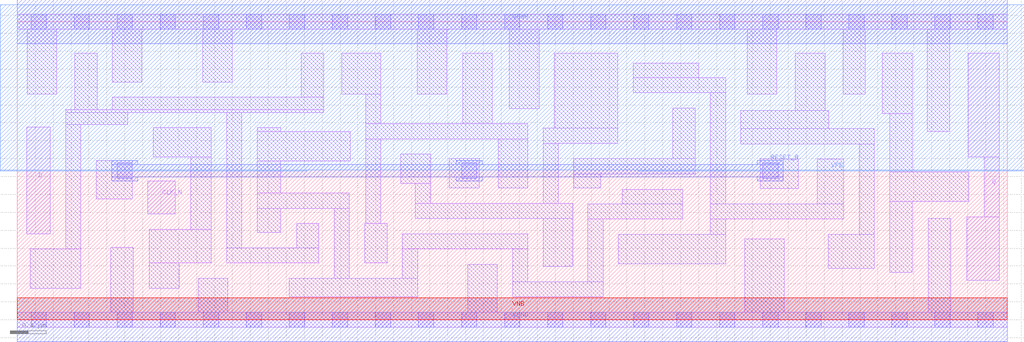
<source format=lef>
# Copyright 2020 The SkyWater PDK Authors
#
# Licensed under the Apache License, Version 2.0 (the "License");
# you may not use this file except in compliance with the License.
# You may obtain a copy of the License at
#
#     https://www.apache.org/licenses/LICENSE-2.0
#
# Unless required by applicable law or agreed to in writing, software
# distributed under the License is distributed on an "AS IS" BASIS,
# WITHOUT WARRANTIES OR CONDITIONS OF ANY KIND, either express or implied.
# See the License for the specific language governing permissions and
# limitations under the License.
#
# SPDX-License-Identifier: Apache-2.0

VERSION 5.7 ;
  NOWIREEXTENSIONATPIN ON ;
  DIVIDERCHAR "/" ;
  BUSBITCHARS "[]" ;
MACRO sky130_fd_sc_hs__dfrtn_1
  CLASS CORE ;
  FOREIGN sky130_fd_sc_hs__dfrtn_1 ;
  ORIGIN  0.000000  0.000000 ;
  SIZE  11.04000 BY  3.330000 ;
  SYMMETRY X Y R90 ;
  SITE unit ;
  PIN D
    ANTENNAGATEAREA  0.126000 ;
    DIRECTION INPUT ;
    USE SIGNAL ;
    PORT
      LAYER li1 ;
        RECT 0.105000 0.960000 0.370000 2.150000 ;
    END
  END D
  PIN Q
    ANTENNADIFFAREA  0.533800 ;
    DIRECTION OUTPUT ;
    USE SIGNAL ;
    PORT
      LAYER li1 ;
        RECT 10.590000 0.440000 10.955000 1.150000 ;
        RECT 10.605000 1.820000 10.955000 2.980000 ;
        RECT 10.785000 1.150000 10.955000 1.820000 ;
    END
  END Q
  PIN RESET_B
    ANTENNAGATEAREA  0.378000 ;
    DIRECTION INPUT ;
    USE SIGNAL ;
    PORT
      LAYER met1 ;
        RECT 1.055000 1.550000 1.345000 1.595000 ;
        RECT 1.055000 1.595000 8.545000 1.735000 ;
        RECT 1.055000 1.735000 1.345000 1.780000 ;
        RECT 4.895000 1.550000 5.185000 1.595000 ;
        RECT 4.895000 1.735000 5.185000 1.780000 ;
        RECT 8.255000 1.550000 8.545000 1.595000 ;
        RECT 8.255000 1.735000 8.545000 1.780000 ;
    END
  END RESET_B
  PIN CLK_N
    ANTENNAGATEAREA  0.279000 ;
    DIRECTION INPUT ;
    USE CLOCK ;
    PORT
      LAYER li1 ;
        RECT 1.455000 1.180000 1.765000 1.550000 ;
    END
  END CLK_N
  PIN VGND
    DIRECTION INOUT ;
    USE GROUND ;
    PORT
      LAYER met1 ;
        RECT 0.000000 -0.245000 11.040000 0.245000 ;
    END
  END VGND
  PIN VNB
    DIRECTION INOUT ;
    USE GROUND ;
    PORT
      LAYER pwell ;
        RECT 0.000000 0.000000 11.040000 0.245000 ;
    END
  END VNB
  PIN VPB
    DIRECTION INOUT ;
    USE POWER ;
    PORT
      LAYER nwell ;
        RECT -0.190000 1.660000  3.225000 1.675000 ;
        RECT -0.190000 1.675000 11.230000 3.520000 ;
        RECT  6.920000 1.660000 11.230000 1.675000 ;
    END
  END VPB
  PIN VPWR
    DIRECTION INOUT ;
    USE POWER ;
    PORT
      LAYER met1 ;
        RECT 0.000000 3.085000 11.040000 3.575000 ;
    END
  END VPWR
  OBS
    LAYER li1 ;
      RECT  0.000000 -0.085000 11.040000 0.085000 ;
      RECT  0.000000  3.245000 11.040000 3.415000 ;
      RECT  0.110000  2.520000  0.440000 3.245000 ;
      RECT  0.145000  0.350000  0.710000 0.790000 ;
      RECT  0.540000  0.790000  0.710000 2.180000 ;
      RECT  0.540000  2.180000  1.230000 2.315000 ;
      RECT  0.540000  2.315000  3.420000 2.350000 ;
      RECT  0.640000  2.350000  0.890000 2.980000 ;
      RECT  0.880000  1.350000  1.285000 1.780000 ;
      RECT  1.045000  0.085000  1.295000 0.810000 ;
      RECT  1.060000  2.350000  3.420000 2.485000 ;
      RECT  1.060000  2.655000  1.390000 3.245000 ;
      RECT  1.475000  0.350000  1.805000 0.635000 ;
      RECT  1.475000  0.635000  2.165000 1.010000 ;
      RECT  1.515000  1.820000  2.165000 2.145000 ;
      RECT  1.935000  1.010000  2.165000 1.820000 ;
      RECT  2.020000  0.085000  2.350000 0.465000 ;
      RECT  2.070000  2.655000  2.400000 3.245000 ;
      RECT  2.335000  0.635000  3.365000 0.805000 ;
      RECT  2.335000  0.805000  2.505000 2.315000 ;
      RECT  2.675000  0.975000  2.940000 1.245000 ;
      RECT  2.675000  1.245000  3.705000 1.415000 ;
      RECT  2.675000  1.415000  2.940000 1.775000 ;
      RECT  2.675000  1.775000  3.715000 2.105000 ;
      RECT  2.675000  2.105000  2.940000 2.145000 ;
      RECT  3.035000  0.255000  4.465000 0.465000 ;
      RECT  3.115000  0.805000  3.365000 1.075000 ;
      RECT  3.170000  2.485000  3.420000 2.980000 ;
      RECT  3.535000  0.465000  3.705000 1.245000 ;
      RECT  3.620000  2.520000  4.055000 2.980000 ;
      RECT  3.875000  0.635000  4.125000 1.075000 ;
      RECT  3.885000  1.075000  4.055000 2.020000 ;
      RECT  3.885000  2.020000  5.695000 2.190000 ;
      RECT  3.885000  2.190000  4.055000 2.520000 ;
      RECT  4.280000  1.520000  4.610000 1.850000 ;
      RECT  4.295000  0.465000  4.465000 0.790000 ;
      RECT  4.295000  0.790000  5.695000 0.960000 ;
      RECT  4.440000  1.130000  6.195000 1.300000 ;
      RECT  4.440000  1.300000  4.610000 1.520000 ;
      RECT  4.460000  2.520000  4.790000 3.245000 ;
      RECT  4.820000  1.470000  5.155000 1.800000 ;
      RECT  4.970000  2.190000  5.300000 2.980000 ;
      RECT  5.025000  0.085000  5.355000 0.620000 ;
      RECT  5.365000  1.470000  5.695000 2.020000 ;
      RECT  5.490000  2.360000  5.820000 3.245000 ;
      RECT  5.525000  0.255000  6.535000 0.425000 ;
      RECT  5.525000  0.425000  5.695000 0.790000 ;
      RECT  5.865000  0.595000  6.195000 1.130000 ;
      RECT  5.865000  1.300000  6.035000 1.970000 ;
      RECT  5.865000  1.970000  6.700000 2.140000 ;
      RECT  5.990000  2.140000  6.700000 2.980000 ;
      RECT  6.205000  1.470000  6.510000 1.630000 ;
      RECT  6.205000  1.630000  7.560000 1.800000 ;
      RECT  6.365000  0.425000  6.535000 1.125000 ;
      RECT  6.365000  1.125000  7.420000 1.295000 ;
      RECT  6.705000  0.625000  7.900000 0.955000 ;
      RECT  6.750000  1.295000  7.420000 1.455000 ;
      RECT  6.870000  2.535000  7.900000 2.705000 ;
      RECT  6.870000  2.705000  7.600000 2.865000 ;
      RECT  7.310000  1.800000  7.560000 2.365000 ;
      RECT  7.730000  0.955000  7.900000 1.125000 ;
      RECT  7.730000  1.125000  9.220000 1.295000 ;
      RECT  7.730000  1.295000  7.900000 2.535000 ;
      RECT  8.070000  1.965000  9.560000 2.135000 ;
      RECT  8.070000  2.135000  9.050000 2.335000 ;
      RECT  8.115000  0.085000  8.555000 0.905000 ;
      RECT  8.140000  2.520000  8.470000 3.245000 ;
      RECT  8.285000  1.465000  8.710000 1.795000 ;
      RECT  8.680000  2.335000  9.010000 2.980000 ;
      RECT  8.920000  1.295000  9.220000 1.795000 ;
      RECT  9.045000  0.575000  9.560000 0.955000 ;
      RECT  9.210000  2.520000  9.460000 3.245000 ;
      RECT  9.390000  0.955000  9.560000 1.965000 ;
      RECT  9.650000  2.305000  9.980000 2.980000 ;
      RECT  9.730000  0.530000  9.980000 1.320000 ;
      RECT  9.730000  1.320000 10.615000 1.650000 ;
      RECT  9.730000  1.650000  9.980000 2.305000 ;
      RECT 10.150000  2.100000 10.400000 3.245000 ;
      RECT 10.160000  0.085000 10.410000 1.130000 ;
    LAYER mcon ;
      RECT  0.155000 -0.085000  0.325000 0.085000 ;
      RECT  0.155000  3.245000  0.325000 3.415000 ;
      RECT  0.635000 -0.085000  0.805000 0.085000 ;
      RECT  0.635000  3.245000  0.805000 3.415000 ;
      RECT  1.115000 -0.085000  1.285000 0.085000 ;
      RECT  1.115000  1.580000  1.285000 1.750000 ;
      RECT  1.115000  3.245000  1.285000 3.415000 ;
      RECT  1.595000 -0.085000  1.765000 0.085000 ;
      RECT  1.595000  3.245000  1.765000 3.415000 ;
      RECT  2.075000 -0.085000  2.245000 0.085000 ;
      RECT  2.075000  3.245000  2.245000 3.415000 ;
      RECT  2.555000 -0.085000  2.725000 0.085000 ;
      RECT  2.555000  3.245000  2.725000 3.415000 ;
      RECT  3.035000 -0.085000  3.205000 0.085000 ;
      RECT  3.035000  3.245000  3.205000 3.415000 ;
      RECT  3.515000 -0.085000  3.685000 0.085000 ;
      RECT  3.515000  3.245000  3.685000 3.415000 ;
      RECT  3.995000 -0.085000  4.165000 0.085000 ;
      RECT  3.995000  3.245000  4.165000 3.415000 ;
      RECT  4.475000 -0.085000  4.645000 0.085000 ;
      RECT  4.475000  3.245000  4.645000 3.415000 ;
      RECT  4.955000 -0.085000  5.125000 0.085000 ;
      RECT  4.955000  1.580000  5.125000 1.750000 ;
      RECT  4.955000  3.245000  5.125000 3.415000 ;
      RECT  5.435000 -0.085000  5.605000 0.085000 ;
      RECT  5.435000  3.245000  5.605000 3.415000 ;
      RECT  5.915000 -0.085000  6.085000 0.085000 ;
      RECT  5.915000  3.245000  6.085000 3.415000 ;
      RECT  6.395000 -0.085000  6.565000 0.085000 ;
      RECT  6.395000  3.245000  6.565000 3.415000 ;
      RECT  6.875000 -0.085000  7.045000 0.085000 ;
      RECT  6.875000  3.245000  7.045000 3.415000 ;
      RECT  7.355000 -0.085000  7.525000 0.085000 ;
      RECT  7.355000  3.245000  7.525000 3.415000 ;
      RECT  7.835000 -0.085000  8.005000 0.085000 ;
      RECT  7.835000  3.245000  8.005000 3.415000 ;
      RECT  8.315000 -0.085000  8.485000 0.085000 ;
      RECT  8.315000  1.580000  8.485000 1.750000 ;
      RECT  8.315000  3.245000  8.485000 3.415000 ;
      RECT  8.795000 -0.085000  8.965000 0.085000 ;
      RECT  8.795000  3.245000  8.965000 3.415000 ;
      RECT  9.275000 -0.085000  9.445000 0.085000 ;
      RECT  9.275000  3.245000  9.445000 3.415000 ;
      RECT  9.755000 -0.085000  9.925000 0.085000 ;
      RECT  9.755000  3.245000  9.925000 3.415000 ;
      RECT 10.235000 -0.085000 10.405000 0.085000 ;
      RECT 10.235000  3.245000 10.405000 3.415000 ;
      RECT 10.715000 -0.085000 10.885000 0.085000 ;
      RECT 10.715000  3.245000 10.885000 3.415000 ;
  END
END sky130_fd_sc_hs__dfrtn_1
END LIBRARY

</source>
